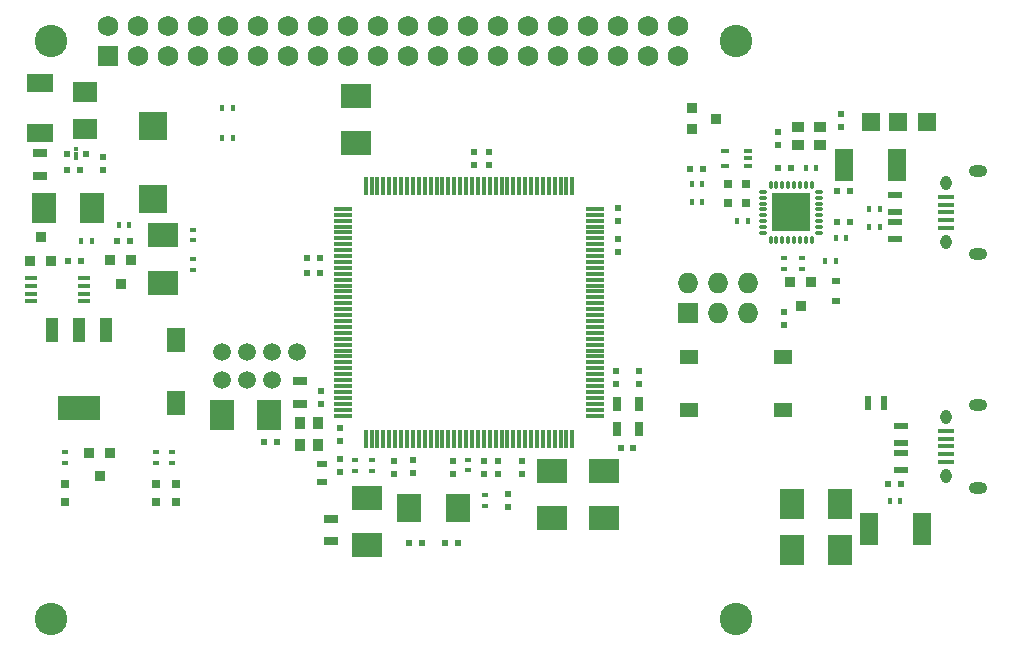
<source format=gts>
G04 #@! TF.GenerationSoftware,KiCad,Pcbnew,no-vcs-found-7592~57~ubuntu16.04.1*
G04 #@! TF.CreationDate,2017-02-07T06:20:48+01:00*
G04 #@! TF.ProjectId,DuePi,44756550692E6B696361645F70636200,rev?*
G04 #@! TF.FileFunction,Soldermask,Top*
G04 #@! TF.FilePolarity,Negative*
%FSLAX46Y46*%
G04 Gerber Fmt 4.6, Leading zero omitted, Abs format (unit mm)*
G04 Created by KiCad (PCBNEW no-vcs-found-7592~57~ubuntu16.04.1) date Tue Feb  7 06:20:48 2017*
%MOMM*%
%LPD*%
G01*
G04 APERTURE LIST*
%ADD10C,0.100000*%
%ADD11R,0.800000X0.600000*%
%ADD12R,1.099820X0.398780*%
%ADD13O,0.299720X0.698500*%
%ADD14O,0.698500X0.299720*%
%ADD15R,3.197860X3.197860*%
%ADD16C,1.750000*%
%ADD17R,1.750000X1.750000*%
%ADD18C,2.750000*%
%ADD19R,1.000000X0.900000*%
%ADD20R,0.600000X0.400000*%
%ADD21R,1.550000X0.300000*%
%ADD22R,0.300000X1.550000*%
%ADD23R,0.500000X0.600000*%
%ADD24R,0.600000X0.500000*%
%ADD25R,0.797560X0.797560*%
%ADD26R,1.501140X2.799080*%
%ADD27R,0.700000X1.300000*%
%ADD28R,1.300000X0.700000*%
%ADD29R,0.914400X0.914400*%
%ADD30R,0.400000X0.600000*%
%ADD31R,1.198880X0.599440*%
%ADD32R,0.599440X1.198880*%
%ADD33R,2.000000X2.400000*%
%ADD34R,3.657600X2.032000*%
%ADD35R,1.016000X2.032000*%
%ADD36R,2.430000X2.370000*%
%ADD37R,2.029460X1.651000*%
%ADD38R,0.400000X0.400000*%
%ADD39R,0.600000X0.600000*%
%ADD40R,2.179320X1.620520*%
%ADD41R,0.900000X1.000000*%
%ADD42C,1.500000*%
%ADD43O,1.727200X1.727200*%
%ADD44R,1.727200X1.727200*%
%ADD45R,1.550000X1.300000*%
%ADD46R,1.600000X2.000000*%
%ADD47R,1.500000X1.500000*%
%ADD48R,0.900000X0.500000*%
%ADD49R,1.350000X0.400000*%
%ADD50O,0.950000X1.250000*%
%ADD51O,1.550000X1.000000*%
%ADD52R,2.500000X2.000000*%
%ADD53R,2.000000X2.500000*%
%ADD54R,0.700000X0.400000*%
G04 APERTURE END LIST*
D10*
D11*
X179650000Y-91900000D03*
X179650000Y-93600000D03*
D12*
X115947900Y-91697180D03*
X115947900Y-92347420D03*
X115947900Y-92992580D03*
X115947900Y-93642820D03*
X111452100Y-93642820D03*
X111452100Y-92992580D03*
X111452100Y-92347420D03*
X111452100Y-91697180D03*
D13*
X177598020Y-83756500D03*
X177100180Y-83756500D03*
X176599800Y-83756500D03*
X176099420Y-83756500D03*
X175601580Y-83756500D03*
X175101200Y-83756500D03*
X174600820Y-83756500D03*
X174102980Y-83756500D03*
D14*
X173501000Y-84358480D03*
X173501000Y-84856320D03*
X173501000Y-85356700D03*
X173501000Y-85857080D03*
X173501000Y-86354920D03*
X173501000Y-86855300D03*
X173501000Y-87355680D03*
X173501000Y-87853520D03*
D13*
X174102980Y-88455500D03*
X174600820Y-88455500D03*
X175101200Y-88455500D03*
X175601580Y-88455500D03*
X176099420Y-88455500D03*
X176599800Y-88455500D03*
X177100180Y-88455500D03*
X177598020Y-88455500D03*
D14*
X178200000Y-87853520D03*
X178200000Y-87355680D03*
X178200000Y-86855300D03*
X178200000Y-86354920D03*
X178200000Y-85857080D03*
X178200000Y-85356700D03*
X178200000Y-84856320D03*
X178200000Y-84358480D03*
D15*
X175850500Y-86106000D03*
D16*
X151040000Y-72820000D03*
X151040000Y-70280000D03*
X153580000Y-72820000D03*
X153580000Y-70280000D03*
X145960000Y-70280000D03*
X145960000Y-72820000D03*
D17*
X118020000Y-72820000D03*
D16*
X118020000Y-70280000D03*
X120560000Y-72820000D03*
X120560000Y-70280000D03*
X123100000Y-72820000D03*
X123100000Y-70280000D03*
X125640000Y-72820000D03*
X125640000Y-70280000D03*
X128180000Y-72820000D03*
X128180000Y-70280000D03*
X130720000Y-72820000D03*
X130720000Y-70280000D03*
X133260000Y-72820000D03*
X133260000Y-70280000D03*
X135800000Y-72820000D03*
X135800000Y-70280000D03*
X138340000Y-72820000D03*
X138340000Y-70280000D03*
X140880000Y-72820000D03*
X140880000Y-70280000D03*
X143420000Y-72820000D03*
X143420000Y-70280000D03*
X148500000Y-72820000D03*
X148500000Y-70280000D03*
X156120000Y-72820000D03*
X156120000Y-70280000D03*
X158660000Y-72820000D03*
X158660000Y-70280000D03*
X161200000Y-72820000D03*
X161200000Y-70280000D03*
X163740000Y-72820000D03*
X163740000Y-70280000D03*
X166280000Y-72820000D03*
X166280000Y-70280000D03*
D18*
X113150000Y-71550000D03*
X171150000Y-71550000D03*
X113150000Y-120550000D03*
X171150000Y-120550000D03*
D19*
X178255000Y-80395000D03*
X176405000Y-80395000D03*
X176405000Y-78845000D03*
X178255000Y-78845000D03*
D20*
X125230000Y-87560000D03*
X125230000Y-88460000D03*
D21*
X137875000Y-85800000D03*
X137875000Y-86300000D03*
X137875000Y-86800000D03*
X137875000Y-87300000D03*
X137875000Y-87800000D03*
X137875000Y-88300000D03*
X137875000Y-88800000D03*
X137875000Y-89300000D03*
X137875000Y-89800000D03*
X137875000Y-90300000D03*
X137875000Y-90800000D03*
X137875000Y-91300000D03*
X137875000Y-91800000D03*
X137875000Y-92300000D03*
X137875000Y-92800000D03*
X137875000Y-93300000D03*
X137875000Y-93800000D03*
X137875000Y-94300000D03*
X137875000Y-94800000D03*
X137875000Y-95300000D03*
X137875000Y-95800000D03*
X137875000Y-96300000D03*
X137875000Y-96800000D03*
X137875000Y-97300000D03*
X137875000Y-97800000D03*
X137875000Y-98300000D03*
X137875000Y-98800000D03*
X137875000Y-99300000D03*
X137875000Y-99800000D03*
X137875000Y-100300000D03*
X137875000Y-100800000D03*
X137875000Y-101300000D03*
X137875000Y-101800000D03*
X137875000Y-102300000D03*
X137875000Y-102800000D03*
X137875000Y-103300000D03*
D22*
X139825000Y-105250000D03*
X140325000Y-105250000D03*
X140825000Y-105250000D03*
X141325000Y-105250000D03*
X141825000Y-105250000D03*
X142325000Y-105250000D03*
X142825000Y-105250000D03*
X143325000Y-105250000D03*
X143825000Y-105250000D03*
X144325000Y-105250000D03*
X144825000Y-105250000D03*
X145325000Y-105250000D03*
X145825000Y-105250000D03*
X146325000Y-105250000D03*
X146825000Y-105250000D03*
X147325000Y-105250000D03*
X147825000Y-105250000D03*
X148325000Y-105250000D03*
X148825000Y-105250000D03*
X149325000Y-105250000D03*
X149825000Y-105250000D03*
X150325000Y-105250000D03*
X150825000Y-105250000D03*
X151325000Y-105250000D03*
X151825000Y-105250000D03*
X152325000Y-105250000D03*
X152825000Y-105250000D03*
X153325000Y-105250000D03*
X153825000Y-105250000D03*
X154325000Y-105250000D03*
X154825000Y-105250000D03*
X155325000Y-105250000D03*
X155825000Y-105250000D03*
X156325000Y-105250000D03*
X156825000Y-105250000D03*
X157325000Y-105250000D03*
D21*
X159275000Y-103300000D03*
X159275000Y-102800000D03*
X159275000Y-102300000D03*
X159275000Y-101800000D03*
X159275000Y-101300000D03*
X159275000Y-100800000D03*
X159275000Y-100300000D03*
X159275000Y-99800000D03*
X159275000Y-99300000D03*
X159275000Y-98800000D03*
X159275000Y-98300000D03*
X159275000Y-97800000D03*
X159275000Y-97300000D03*
X159275000Y-96800000D03*
X159275000Y-96300000D03*
X159275000Y-95800000D03*
X159275000Y-95300000D03*
X159275000Y-94800000D03*
X159275000Y-94300000D03*
X159275000Y-93800000D03*
X159275000Y-93300000D03*
X159275000Y-92800000D03*
X159275000Y-92300000D03*
X159275000Y-91800000D03*
X159275000Y-91300000D03*
X159275000Y-90800000D03*
X159275000Y-90300000D03*
X159275000Y-89800000D03*
X159275000Y-89300000D03*
X159275000Y-88800000D03*
X159275000Y-88300000D03*
X159275000Y-87800000D03*
X159275000Y-87300000D03*
X159275000Y-86800000D03*
X159275000Y-86300000D03*
X159275000Y-85800000D03*
D22*
X157325000Y-83850000D03*
X156825000Y-83850000D03*
X156325000Y-83850000D03*
X155825000Y-83850000D03*
X155325000Y-83850000D03*
X154825000Y-83850000D03*
X154325000Y-83850000D03*
X153825000Y-83850000D03*
X153325000Y-83850000D03*
X152825000Y-83850000D03*
X152325000Y-83850000D03*
X151825000Y-83850000D03*
X151325000Y-83850000D03*
X150825000Y-83850000D03*
X150325000Y-83850000D03*
X149825000Y-83850000D03*
X149325000Y-83850000D03*
X148825000Y-83850000D03*
X148325000Y-83850000D03*
X147825000Y-83850000D03*
X147325000Y-83850000D03*
X146825000Y-83850000D03*
X146325000Y-83850000D03*
X145825000Y-83850000D03*
X145325000Y-83850000D03*
X144825000Y-83850000D03*
X144325000Y-83850000D03*
X143825000Y-83850000D03*
X143325000Y-83850000D03*
X142825000Y-83850000D03*
X142325000Y-83850000D03*
X141825000Y-83850000D03*
X141325000Y-83850000D03*
X140825000Y-83850000D03*
X140325000Y-83850000D03*
X139825000Y-83850000D03*
D23*
X136050000Y-101200000D03*
X136050000Y-102300000D03*
X150290000Y-80990000D03*
X150290000Y-82090000D03*
X161170000Y-88340000D03*
X161170000Y-89440000D03*
X149825000Y-107175000D03*
X149825000Y-108275000D03*
X143820000Y-107090000D03*
X143820000Y-108190000D03*
D24*
X134890000Y-89960000D03*
X135990000Y-89960000D03*
D23*
X151910000Y-111060000D03*
X151910000Y-109960000D03*
D24*
X162500000Y-106080000D03*
X161400000Y-106080000D03*
D23*
X142210000Y-107120000D03*
X142210000Y-108220000D03*
X149000000Y-82090000D03*
X149000000Y-80990000D03*
X161180000Y-86850000D03*
X161180000Y-85750000D03*
X147230000Y-108220000D03*
X147230000Y-107120000D03*
D24*
X135990000Y-91220000D03*
X134890000Y-91220000D03*
D23*
X151050000Y-107175000D03*
X151050000Y-108275000D03*
X153050000Y-108275000D03*
X153050000Y-107175000D03*
X162975000Y-99525000D03*
X162975000Y-100625000D03*
X161050000Y-100650000D03*
X161050000Y-99550000D03*
D24*
X131240000Y-105540000D03*
X132340000Y-105540000D03*
D23*
X137620000Y-105480000D03*
X137620000Y-104380000D03*
D24*
X147625000Y-114100000D03*
X146525000Y-114100000D03*
X143525000Y-114100000D03*
X144625000Y-114100000D03*
D23*
X137625000Y-108100000D03*
X137625000Y-107000000D03*
D24*
X180810000Y-84320000D03*
X179710000Y-84320000D03*
X174720000Y-82340000D03*
X175820000Y-82340000D03*
X185175000Y-109075000D03*
X184075000Y-109075000D03*
X168360000Y-82410000D03*
X167260000Y-82410000D03*
X119890000Y-88530000D03*
X118790000Y-88530000D03*
D25*
X170510700Y-83730000D03*
X172009300Y-83730000D03*
X172019300Y-85290000D03*
X170520700Y-85290000D03*
D26*
X180309560Y-82090000D03*
X184810440Y-82090000D03*
X182449560Y-112950000D03*
X186950440Y-112950000D03*
D27*
X161075000Y-104425000D03*
X162975000Y-104425000D03*
D28*
X136870000Y-112040000D03*
X136870000Y-113940000D03*
X134300000Y-100400000D03*
X134300000Y-102300000D03*
D27*
X162975000Y-102325000D03*
X161075000Y-102325000D03*
D28*
X112268000Y-82992000D03*
X112268000Y-81092000D03*
D29*
X169490760Y-78190000D03*
X167474000Y-79079000D03*
X167474000Y-77301000D03*
X176650000Y-94000760D03*
X175761000Y-91984000D03*
X177539000Y-91984000D03*
X118219000Y-106443240D03*
X116441000Y-106443240D03*
X117330000Y-108460000D03*
D20*
X148525000Y-107050000D03*
X148525000Y-107950000D03*
X149930000Y-110050000D03*
X149930000Y-110950000D03*
X140325000Y-107975000D03*
X140325000Y-107075000D03*
X138950000Y-107075000D03*
X138950000Y-107975000D03*
D30*
X177990000Y-82360000D03*
X177090000Y-82360000D03*
X182430000Y-85852000D03*
X183330000Y-85852000D03*
X182430000Y-87376000D03*
X183330000Y-87376000D03*
X185075000Y-110500000D03*
X184175000Y-110500000D03*
X172180000Y-86800000D03*
X171280000Y-86800000D03*
X180510000Y-88270000D03*
X179610000Y-88270000D03*
D20*
X175260000Y-89974000D03*
X175260000Y-90874000D03*
D30*
X179630000Y-90180000D03*
X178730000Y-90180000D03*
X168320000Y-83720000D03*
X167420000Y-83720000D03*
X168320000Y-85250000D03*
X167420000Y-85250000D03*
D20*
X176784000Y-90874000D03*
X176784000Y-89974000D03*
X125230000Y-90990000D03*
X125230000Y-90090000D03*
D30*
X116620000Y-88510000D03*
X115720000Y-88510000D03*
X118910000Y-87210000D03*
X119810000Y-87210000D03*
D31*
X184658000Y-86045040D03*
X184658000Y-84642960D03*
D32*
X183751040Y-102200000D03*
X182348960Y-102200000D03*
D31*
X184658000Y-88331040D03*
X184658000Y-86928960D03*
X185166000Y-104200960D03*
X185166000Y-105603040D03*
X185166000Y-106486960D03*
X185166000Y-107889040D03*
D33*
X147625000Y-111100000D03*
X143525000Y-111100000D03*
D23*
X180040000Y-77750000D03*
X180040000Y-78850000D03*
X174760000Y-79290000D03*
X174760000Y-80390000D03*
D34*
X115520000Y-102702000D03*
D35*
X115520000Y-96098000D03*
X113234000Y-96098000D03*
X117806000Y-96098000D03*
D29*
X119080000Y-92130000D03*
X118191000Y-90113240D03*
X119969000Y-90113240D03*
D23*
X117602000Y-81450000D03*
X117602000Y-82550000D03*
D36*
X121840000Y-85000000D03*
X121840000Y-78760000D03*
D24*
X115620000Y-82530000D03*
X114520000Y-82530000D03*
D37*
X116078000Y-79054960D03*
X116078000Y-75885040D03*
D38*
X115316000Y-81134000D03*
X115316000Y-80734000D03*
X115316000Y-81534000D03*
D39*
X116116000Y-81134000D03*
X114516000Y-81134000D03*
D40*
X112250000Y-75164260D03*
X112250000Y-79385740D03*
D24*
X179700000Y-86950000D03*
X180800000Y-86950000D03*
D41*
X134225000Y-103975000D03*
X134225000Y-105825000D03*
X135775000Y-105825000D03*
X135775000Y-103975000D03*
D42*
X127700000Y-97900000D03*
X129800000Y-97950000D03*
X131900000Y-97950000D03*
X134000000Y-97950000D03*
X129800000Y-100300000D03*
X127700000Y-100300000D03*
D23*
X175210000Y-94530000D03*
X175210000Y-95630000D03*
D25*
X114390000Y-110599300D03*
X114390000Y-109100700D03*
X122050000Y-109125700D03*
X122050000Y-110624300D03*
D20*
X114370000Y-106430000D03*
X114370000Y-107330000D03*
X122050000Y-107300000D03*
X122050000Y-106400000D03*
D43*
X172212000Y-92110000D03*
X172212000Y-94650000D03*
X169672000Y-92110000D03*
X169672000Y-94650000D03*
X167132000Y-92110000D03*
D44*
X167132000Y-94650000D03*
D42*
X131900000Y-100330000D03*
D45*
X167215000Y-98340000D03*
X175165000Y-98340000D03*
X167215000Y-102840000D03*
X175165000Y-102840000D03*
D46*
X123800000Y-96875000D03*
X123800000Y-102275000D03*
D47*
X184880000Y-78460000D03*
X182640000Y-78460000D03*
X187390000Y-78450000D03*
D48*
X136120000Y-107420000D03*
X136120000Y-108920000D03*
D29*
X112330000Y-88180000D03*
X113219000Y-90196760D03*
X111441000Y-90196760D03*
D24*
X115760000Y-90210000D03*
X114660000Y-90210000D03*
D25*
X123800000Y-109125700D03*
X123800000Y-110624300D03*
D20*
X123425000Y-107325000D03*
X123425000Y-106425000D03*
D49*
X188937460Y-87406900D03*
X188937460Y-86756900D03*
X188937460Y-86106900D03*
X188937460Y-85456900D03*
X188937460Y-84806900D03*
D50*
X188937460Y-88606900D03*
X188937460Y-83606900D03*
D51*
X191637460Y-89606900D03*
X191637460Y-82606900D03*
X191637460Y-102418900D03*
X191637460Y-109418900D03*
D50*
X188937460Y-103418900D03*
X188937460Y-108418900D03*
D49*
X188937460Y-104618900D03*
X188937460Y-105268900D03*
X188937460Y-105918900D03*
X188937460Y-106568900D03*
X188937460Y-107218900D03*
D52*
X160040000Y-107990000D03*
X160040000Y-111990000D03*
X139954000Y-110268000D03*
X139954000Y-114268000D03*
X139030000Y-80260000D03*
X139030000Y-76260000D03*
D53*
X131660000Y-103250000D03*
X127660000Y-103250000D03*
X179950000Y-114675000D03*
X175950000Y-114675000D03*
X175950000Y-110800000D03*
X179950000Y-110800000D03*
X116630000Y-85720000D03*
X112630000Y-85720000D03*
D52*
X122660000Y-92040000D03*
X122660000Y-88040000D03*
X155640000Y-111960000D03*
X155640000Y-107960000D03*
D54*
X170280000Y-82170000D03*
X170280000Y-80870000D03*
X172180000Y-80870000D03*
X172180000Y-81520000D03*
X172180000Y-82170000D03*
D30*
X128590000Y-77300000D03*
X127690000Y-77300000D03*
X128590000Y-79780000D03*
X127690000Y-79780000D03*
M02*

</source>
